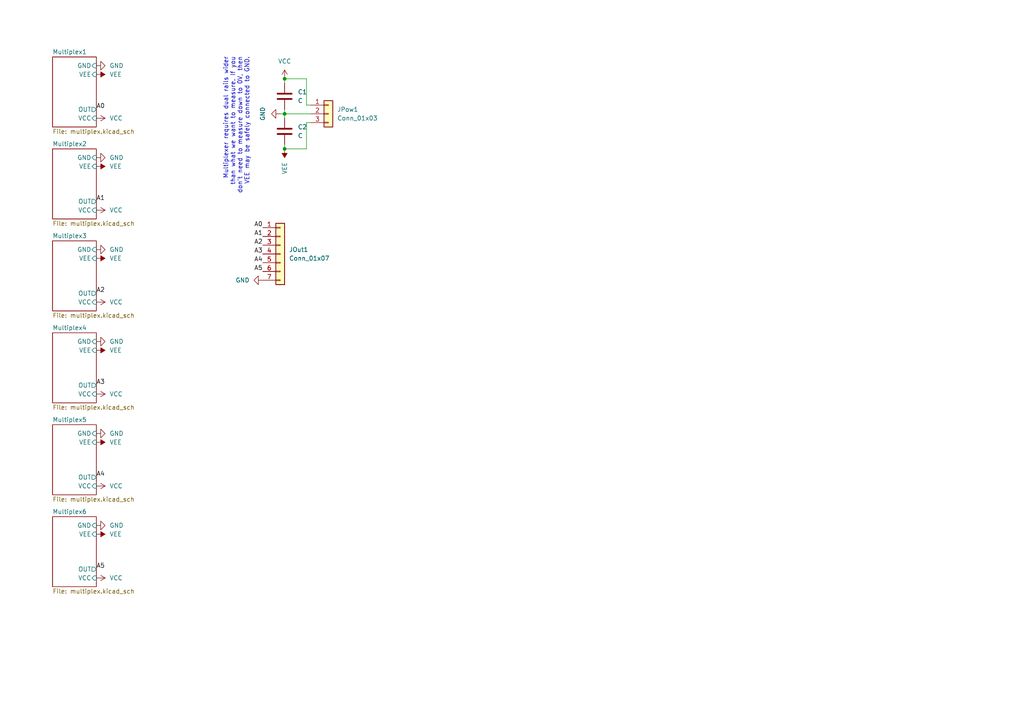
<source format=kicad_sch>
(kicad_sch (version 20230121) (generator eeschema)
  (paper "A4")
  (lib_symbols
    (symbol "Connector_Generic:Conn_01x03" (pin_names (offset 1.016) hide)
      (property "Reference" "J" (at 0 5.08 0))
      (property "Value" "Conn_01x03" (at 0 -5.08 0))
      (symbol "Conn_01x03_1_1"
        (rectangle (start -1.27 -2.413) (end 0 -2.667) (stroke (width 0.1524)))
        (rectangle (start -1.27 0.127) (end 0 -0.127) (stroke (width 0.1524)))
        (rectangle (start -1.27 2.667) (end 0 2.413) (stroke (width 0.1524)))
        (rectangle (start -1.27 3.81) (end 1.27 -3.81) (stroke (width 0.254)) (fill (type background)))
        (pin passive line (at -5.08 2.54 0) (length 3.81) (name "Pin_1") (number "1"))
        (pin passive line (at -5.08 0 0) (length 3.81) (name "Pin_2") (number "2"))
        (pin passive line (at -5.08 -2.54 0) (length 3.81) (name "Pin_3") (number "3"))
      )
    )
    (symbol "Connector_Generic:Conn_01x07" (pin_names (offset 1.016) hide)
      (property "Reference" "J" (at 0 10.16 0))
      (property "Value" "Conn_01x07" (at 0 -10.16 0))
      (symbol "Conn_01x07_1_1"
        (rectangle (start -1.27 -7.493) (end 0 -7.747) (stroke (width 0.1524)))
        (rectangle (start -1.27 -4.953) (end 0 -5.207) (stroke (width 0.1524)))
        (rectangle (start -1.27 -2.413) (end 0 -2.667) (stroke (width 0.1524)))
        (rectangle (start -1.27 0.127) (end 0 -0.127) (stroke (width 0.1524)))
        (rectangle (start -1.27 2.667) (end 0 2.413) (stroke (width 0.1524)))
        (rectangle (start -1.27 5.207) (end 0 4.953) (stroke (width 0.1524)))
        (rectangle (start -1.27 7.747) (end 0 7.493) (stroke (width 0.1524)))
        (rectangle (start -1.27 8.89) (end 1.27 -8.89) (stroke (width 0.254)) (fill (type background)))
        (pin passive line (at -5.08 7.62 0) (length 3.81) (name "Pin_1") (number "1"))
        (pin passive line (at -5.08 5.08 0) (length 3.81) (name "Pin_2") (number "2"))
        (pin passive line (at -5.08 2.54 0) (length 3.81) (name "Pin_3") (number "3"))
        (pin passive line (at -5.08 0 0) (length 3.81) (name "Pin_4") (number "4"))
        (pin passive line (at -5.08 -2.54 0) (length 3.81) (name "Pin_5") (number "5"))
        (pin passive line (at -5.08 -5.08 0) (length 3.81) (name "Pin_6") (number "6"))
        (pin passive line (at -5.08 -7.62 0) (length 3.81) (name "Pin_7") (number "7"))
      )
    )
    (symbol "Device:C" (pin_numbers hide) (pin_names (offset 0.254))
      (property "Reference" "C" (at 0.635 2.54 0))
      (property "Value" "C" (at 0.635 -2.54 0))
      (symbol "C_0_1"
        (polyline (pts (xy -2.032 -0.762) (xy 2.032 -0.762)) (stroke (width 0.508)))
        (polyline (pts (xy -2.032 0.762) (xy 2.032 0.762)) (stroke (width 0.508)))
      )
      (symbol "C_1_1"
        (pin passive line (at 0 3.81 270) (length 2.794) (name "~") (number "1"))
        (pin passive line (at 0 -3.81 90) (length 2.794) (name "~") (number "2"))
      )
    )
    (symbol "VCC_1" (power) (pin_names (offset 0))
      (property "Value" "VCC_1" (at 0 3.81 0))
      (symbol "VCC_1_0_1"
        (polyline (pts (xy -0.762 1.27) (xy 0 2.54)))
        (polyline (pts (xy 0 0) (xy 0 2.54)))
        (polyline (pts (xy 0 2.54) (xy 0.762 1.27)))
      )
      (symbol "VCC_1_1_1"
        (pin power_in line (at 0 0 90) (length 0) hide (name "VCC") (number "1"))
      )
    )
    (symbol "power:GND" (power) (pin_names (offset 0))
      (property "Value" "GND" (at 0 -3.81 0))
      (symbol "GND_0_1"
        (polyline (pts (xy 0 0) (xy 0 -1.27) (xy 1.27 -1.27) (xy 0 -2.54) (xy -1.27 -1.27) (xy 0 -1.27)))
      )
      (symbol "GND_1_1"
        (pin power_in line (at 0 0 270) (length 0) hide (name "GND") (number "1"))
      )
    )
    (symbol "power:VCC" (power) (pin_names (offset 0))
      (property "Value" "VCC" (at 0 3.81 0))
      (symbol "VCC_0_1"
        (polyline (pts (xy -0.762 1.27) (xy 0 2.54)))
        (polyline (pts (xy 0 0) (xy 0 2.54)))
        (polyline (pts (xy 0 2.54) (xy 0.762 1.27)))
      )
      (symbol "VCC_1_1"
        (pin power_in line (at 0 0 90) (length 0) hide (name "VCC") (number "1"))
      )
    )
    (symbol "power:VEE" (power) (pin_names (offset 0))
      (property "Value" "VEE" (at 0 3.81 0))
      (symbol "VEE_0_1"
        (polyline (pts (xy 0 0) (xy 0 2.54)))
        (polyline (pts (xy 0.762 1.27) (xy -0.762 1.27) (xy 0 2.54) (xy 0.762 1.27)) (fill (type outline)))
      )
      (symbol "VEE_1_1"
        (pin power_in line (at 0 0 90) (length 0) hide (name "VEE") (number "1"))
      )
    )
  )
  (junction (at 82.55 22.86))
  (junction (at 82.55 33.02))
  (junction (at 82.55 43.18))
  (wire (pts (xy 88.9 30.48) (xy 88.9 22.86)))
  (wire (pts (xy 82.55 33.02) (xy 82.55 34.29)))
  (wire (pts (xy 88.9 35.56) (xy 88.9 43.18)))
  (wire (pts (xy 82.55 22.86) (xy 82.55 24.13)))
  (wire (pts (xy 88.9 22.86) (xy 82.55 22.86)))
  (wire (pts (xy 88.9 43.18) (xy 82.55 43.18)))
  (wire (pts (xy 81.28 33.02) (xy 82.55 33.02)))
  (wire (pts (xy 90.17 30.48) (xy 88.9 30.48)))
  (wire (pts (xy 90.17 35.56) (xy 88.9 35.56)))
  (wire (pts (xy 90.17 33.02) (xy 82.55 33.02)))
  (wire (pts (xy 82.55 41.91) (xy 82.55 43.18)))
  (wire (pts (xy 82.55 31.75) (xy 82.55 33.02)))
  (text "Multiplexer requires dual rails wider\nthan what we want to measure. If you\ndon't need to measure down to 0V, then\nVEE may be safely connected to GND." (at 72.39 16.51 90) (effects (font (size 1.27 1.27)) (justify right bottom)))
  (label "A1" (at 76.2 68.58 180))
  (label "A5" (at 27.94 165.1 0))
  (label "A0" (at 27.94 31.75 0))
  (label "A2" (at 76.2 71.12 180))
  (label "A5" (at 76.2 78.74 180))
  (label "A2" (at 27.94 85.09 0))
  (label "A1" (at 27.94 58.42 0))
  (label "A3" (at 76.2 73.66 180))
  (label "A0" (at 76.2 66.04 180))
  (label "A4" (at 27.94 138.43 0))
  (label "A4" (at 76.2 76.2 180))
  (label "A3" (at 27.94 111.76 0))
  (symbol (lib_id "power:VCC") (at 27.94 114.3 270) (unit 1)
    (property "Reference" "#PWR012" (effects hide))
    (property "Value" "VCC" (at 31.75 114.3001 90) (effects (justify left)))
  )
  (symbol (lib_id "power:VEE") (at 27.94 48.26 270) (unit 1)
    (property "Reference" "#PWR05" (effects hide))
    (property "Value" "VEE" (at 31.75 48.2599 90) (effects (justify left)))
  )
  (symbol (lib_id "power:VCC") (at 27.94 167.64 270) (unit 1)
    (property "Reference" "#PWR018" (effects hide))
    (property "Value" "VCC" (at 31.75 167.6401 90) (effects (justify left)))
  )
  (symbol (lib_id "Connector_Generic:Conn_01x03") (at 95.25 33.02 0) (unit 1)
    (property "Reference" "JPow1" (at 97.79 31.75 0) (effects (justify left)))
    (property "Value" "Conn_01x03" (at 97.79 34.29 0) (effects (justify left)))
    (property "Footprint" "Connector_PinHeader_2.54mm:PinHeader_1x03_P2.54mm_Vertical" (effects hide))
  )
  (symbol (lib_id "power:VEE") (at 27.94 128.27 270) (unit 1)
    (property "Reference" "#PWR014" (effects hide))
    (property "Value" "VEE" (at 31.75 128.2699 90) (effects (justify left)))
  )
  (symbol (lib_id "Device:C") (at 82.55 27.94 0) (unit 1)
    (property "Reference" "C1" (at 86.36 26.67 0) (effects (justify left)))
    (property "Value" "C" (at 86.36 29.21 0) (effects (justify left)))
    (property "Footprint" "Capacitor_THT:C_Radial_D6.3mm_H5.0mm_P2.50mm" (effects hide))
  )
  (symbol (lib_id "power:GND") (at 27.94 19.05 90) (unit 1)
    (property "Reference" "#PWR01" (effects hide))
    (property "Value" "GND" (at 31.75 19.0499 90) (effects (justify right)))
  )
  (symbol (lib_id "power:GND") (at 27.94 45.72 90) (unit 1)
    (property "Reference" "#PWR04" (effects hide))
    (property "Value" "GND" (at 31.75 45.7199 90) (effects (justify right)))
  )
  (symbol (lib_id "power:VEE") (at 27.94 101.6 270) (unit 1)
    (property "Reference" "#PWR011" (effects hide))
    (property "Value" "VEE" (at 31.75 101.5999 90) (effects (justify left)))
  )
  (symbol (lib_id "power:VEE") (at 27.94 21.59 270) (unit 1)
    (property "Reference" "#PWR02" (effects hide))
    (property "Value" "VEE" (at 31.75 21.5899 90) (effects (justify left)))
  )
  (symbol (lib_id "power:VCC") (at 27.94 140.97 270) (unit 1)
    (property "Reference" "#PWR015" (effects hide))
    (property "Value" "VCC" (at 31.75 140.9701 90) (effects (justify left)))
  )
  (symbol (lib_id "power:GND") (at 27.94 72.39 90) (unit 1)
    (property "Reference" "#PWR07" (effects hide))
    (property "Value" "GND" (at 31.75 72.3899 90) (effects (justify right)))
  )
  (symbol (lib_id "power:VEE") (at 27.94 154.94 270) (unit 1)
    (property "Reference" "#PWR017" (effects hide))
    (property "Value" "VEE" (at 31.75 154.9399 90) (effects (justify left)))
  )
  (symbol (lib_id "power:VCC") (at 27.94 60.96 270) (unit 1)
    (property "Reference" "#PWR06" (effects hide))
    (property "Value" "VCC" (at 31.75 60.9601 90) (effects (justify left)))
  )
  (symbol (lib_id "Connector_Generic:Conn_01x07") (at 81.28 73.66 0) (unit 1)
    (property "Reference" "JOut1" (at 83.82 72.39 0) (effects (justify left)))
    (property "Value" "Conn_01x07" (at 83.82 74.93 0) (effects (justify left)))
    (property "Footprint" "Connector_PinSocket_2.54mm:PinSocket_1x07_P2.54mm_Vertical" (effects hide))
  )
  (symbol (lib_id "power:GND") (at 27.94 152.4 90) (unit 1)
    (property "Reference" "#PWR016" (effects hide))
    (property "Value" "GND" (at 31.75 152.3999 90) (effects (justify right)))
  )
  (symbol (lib_name "VCC_1") (lib_id "power:VCC") (at 82.55 22.86 0) (unit 1)
    (property "Reference" "#PWR023" (effects hide))
    (property "Value" "VCC" (at 82.55 17.78 0))
  )
  (symbol (lib_id "Device:C") (at 82.55 38.1 0) (unit 1)
    (property "Reference" "C2" (at 86.36 36.83 0) (effects (justify left)))
    (property "Value" "C" (at 86.36 39.37 0) (effects (justify left)))
    (property "Footprint" "Capacitor_THT:C_Radial_D6.3mm_H5.0mm_P2.50mm" (effects hide))
  )
  (symbol (lib_id "power:GND") (at 27.94 125.73 90) (unit 1)
    (property "Reference" "#PWR013" (effects hide))
    (property "Value" "GND" (at 31.75 125.7299 90) (effects (justify right)))
  )
  (symbol (lib_id "power:GND") (at 81.28 33.02 270) (unit 1)
    (property "Reference" "#PWR019" (effects hide))
    (property "Value" "GND" (at 76.2 33.02 0))
  )
  (symbol (lib_id "power:VEE") (at 82.55 43.18 180) (unit 1)
    (property "Reference" "#PWR021" (effects hide))
    (property "Value" "VEE" (at 82.5499 46.99 90) (effects (justify left)))
  )
  (symbol (lib_id "power:VEE") (at 27.94 74.93 270) (unit 1)
    (property "Reference" "#PWR08" (effects hide))
    (property "Value" "VEE" (at 31.75 74.9299 90) (effects (justify left)))
  )
  (symbol (lib_id "power:VCC") (at 27.94 34.29 270) (unit 1)
    (property "Reference" "#PWR03" (effects hide))
    (property "Value" "VCC" (at 31.75 34.2901 90) (effects (justify left)))
  )
  (symbol (lib_id "power:GND") (at 27.94 99.06 90) (unit 1)
    (property "Reference" "#PWR010" (effects hide))
    (property "Value" "GND" (at 31.75 99.0599 90) (effects (justify right)))
  )
  (symbol (lib_id "power:GND") (at 76.2 81.28 270) (unit 1)
    (property "Reference" "#PWR022" (effects hide))
    (property "Value" "GND" (at 72.39 81.28 90) (effects (justify right)))
  )
  (symbol (lib_id "power:VCC") (at 27.94 87.63 270) (unit 1)
    (property "Reference" "#PWR09" (effects hide))
    (property "Value" "VCC" (at 31.75 87.6301 90) (effects (justify left)))
  )
  (sheet (at 15.24 16.51) (size 12.7 20.32) (stroke (width 0.1524))
    (property "Sheetname" "Multiplex1" (at 15.24 15.7984 0) (effects (justify left bottom)))
    (property "Sheetfile" "multiplex.kicad_sch" (at 15.24 37.4146 0) (effects (justify left top)))
    (pin "VCC" input (at 27.94 34.29 0))
    (pin "OUT" output (at 27.94 31.75 0))
    (pin "VEE" input (at 27.94 21.59 0))
    (pin "GND" input (at 27.94 19.05 0))
  )
  (sheet (at 15.24 123.19) (size 12.7 20.32) (stroke (width 0.1524))
    (property "Sheetname" "Multiplex5" (at 15.24 122.4784 0) (effects (justify left bottom)))
    (property "Sheetfile" "multiplex.kicad_sch" (at 15.24 144.0946 0) (effects (justify left top)))
    (pin "VCC" input (at 27.94 140.97 0))
    (pin "OUT" output (at 27.94 138.43 0))
    (pin "VEE" input (at 27.94 128.27 0))
    (pin "GND" input (at 27.94 125.73 0))
  )
  (sheet (at 15.24 43.18) (size 12.7 20.32) (stroke (width 0.1524))
    (property "Sheetname" "Multiplex2" (at 15.24 42.4684 0) (effects (justify left bottom)))
    (property "Sheetfile" "multiplex.kicad_sch" (at 15.24 64.0846 0) (effects (justify left top)))
    (pin "VCC" input (at 27.94 60.96 0))
    (pin "OUT" output (at 27.94 58.42 0))
    (pin "VEE" input (at 27.94 48.26 0))
    (pin "GND" input (at 27.94 45.72 0))
  )
  (sheet (at 15.24 69.85) (size 12.7 20.32) (stroke (width 0.1524))
    (property "Sheetname" "Multiplex3" (at 15.24 69.1384 0) (effects (justify left bottom)))
    (property "Sheetfile" "multiplex.kicad_sch" (at 15.24 90.7546 0) (effects (justify left top)))
    (pin "VCC" input (at 27.94 87.63 0))
    (pin "OUT" output (at 27.94 85.09 0))
    (pin "VEE" input (at 27.94 74.93 0))
    (pin "GND" input (at 27.94 72.39 0))
  )
  (sheet (at 15.24 149.86) (size 12.7 20.32) (stroke (width 0.1524))
    (property "Sheetname" "Multiplex6" (at 15.24 149.1484 0) (effects (justify left bottom)))
    (property "Sheetfile" "multiplex.kicad_sch" (at 15.24 170.7646 0) (effects (justify left top)))
    (pin "VCC" input (at 27.94 167.64 0))
    (pin "OUT" output (at 27.94 165.1 0))
    (pin "VEE" input (at 27.94 154.94 0))
    (pin "GND" input (at 27.94 152.4 0))
  )
  (sheet (at 15.24 96.52) (size 12.7 20.32) (stroke (width 0.1524))
    (property "Sheetname" "Multiplex4" (at 15.24 95.8084 0) (effects (justify left bottom)))
    (property "Sheetfile" "multiplex.kicad_sch" (at 15.24 117.4246 0) (effects (justify left top)))
    (pin "VCC" input (at 27.94 114.3 0))
    (pin "OUT" output (at 27.94 111.76 0))
    (pin "VEE" input (at 27.94 101.6 0))
    (pin "GND" input (at 27.94 99.06 0))
  )
)
</source>
